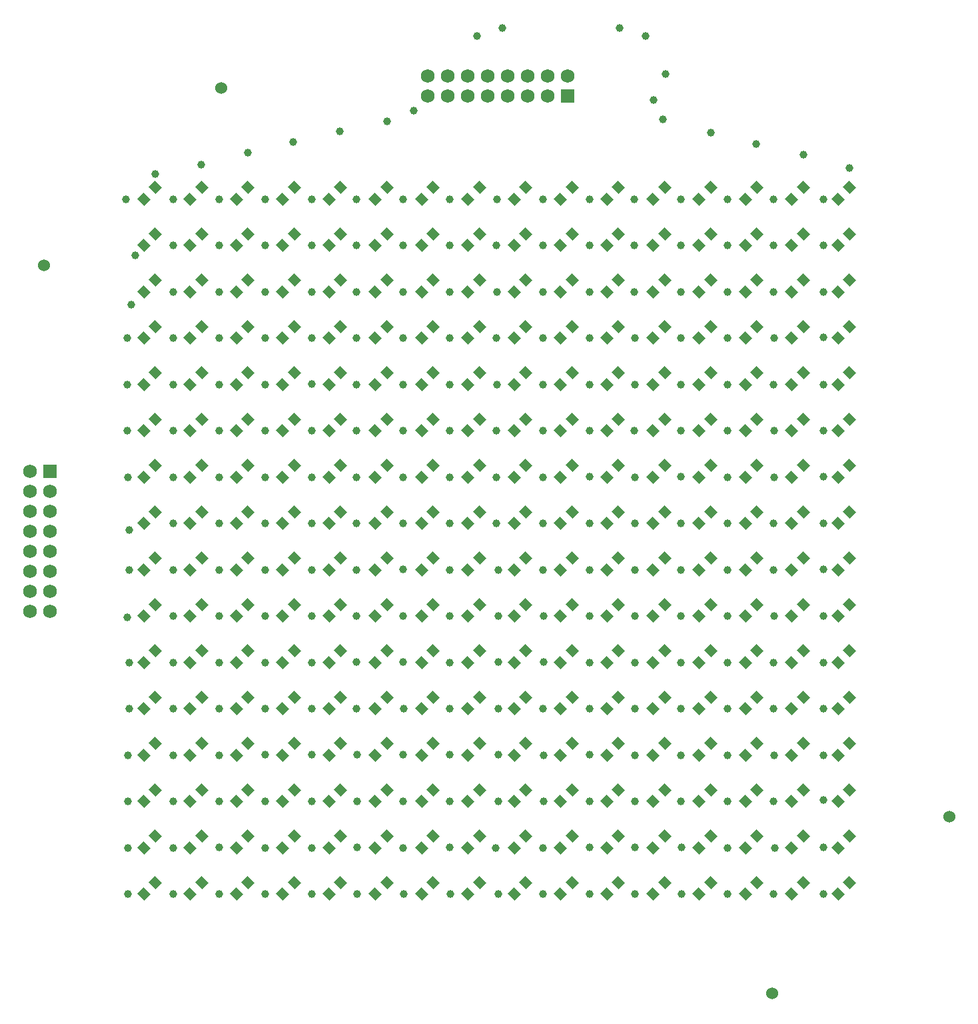
<source format=gbr>
%TF.GenerationSoftware,Altium Limited,Altium Designer,19.1.6 (110)*%
G04 Layer_Color=8388736*
%FSLAX43Y43*%
%MOMM*%
%TF.FileFunction,Soldermask,Top*%
%TF.Part,Single*%
G01*
G75*
%TA.AperFunction,SMDPad,CuDef*%
G04:AMPARAMS|DCode=10|XSize=1.2mm|YSize=1.1mm|CornerRadius=0mm|HoleSize=0mm|Usage=FLASHONLY|Rotation=135.000|XOffset=0mm|YOffset=0mm|HoleType=Round|Shape=Rectangle|*
%AMROTATEDRECTD10*
4,1,4,0.813,-0.035,0.035,-0.813,-0.813,0.035,-0.035,0.813,0.813,-0.035,0.0*
%
%ADD10ROTATEDRECTD10*%

%TA.AperFunction,WasherPad*%
%ADD12C,1.524*%
%TA.AperFunction,ComponentPad*%
%ADD13R,1.750X1.750*%
%ADD14C,1.750*%
%ADD15R,1.750X1.750*%
%TA.AperFunction,ViaPad*%
%ADD16C,1.000*%
D10*
X6625Y94860D02*
D03*
X5140Y93375D02*
D03*
X94860Y6625D02*
D03*
X93375Y5140D02*
D03*
X88978Y6625D02*
D03*
X87493Y5140D02*
D03*
X83095Y6625D02*
D03*
X81610Y5140D02*
D03*
X77213Y6625D02*
D03*
X75728Y5140D02*
D03*
X71331Y6625D02*
D03*
X69846Y5140D02*
D03*
X65448Y6625D02*
D03*
X63963Y5140D02*
D03*
X59566Y6625D02*
D03*
X58081Y5140D02*
D03*
X53684Y6625D02*
D03*
X52199Y5140D02*
D03*
X47801Y6625D02*
D03*
X46316Y5140D02*
D03*
X41919Y6625D02*
D03*
X40434Y5140D02*
D03*
X36037Y6625D02*
D03*
X34552Y5140D02*
D03*
X30154Y6625D02*
D03*
X28669Y5140D02*
D03*
X24272Y6625D02*
D03*
X22787Y5140D02*
D03*
X18390Y6625D02*
D03*
X16905Y5140D02*
D03*
X12507Y6625D02*
D03*
X11022Y5140D02*
D03*
X6625Y6625D02*
D03*
X5140Y5140D02*
D03*
X94860Y12507D02*
D03*
X93375Y11022D02*
D03*
X88978Y12507D02*
D03*
X87493Y11022D02*
D03*
X83095Y12507D02*
D03*
X81610Y11022D02*
D03*
X77213Y12507D02*
D03*
X75728Y11022D02*
D03*
X71331Y12507D02*
D03*
X69846Y11022D02*
D03*
X65448Y12507D02*
D03*
X63963Y11022D02*
D03*
X59566Y12507D02*
D03*
X58081Y11022D02*
D03*
X53684Y12507D02*
D03*
X52199Y11022D02*
D03*
X47801Y12507D02*
D03*
X46316Y11022D02*
D03*
X41919Y12507D02*
D03*
X40434Y11022D02*
D03*
X36037Y12507D02*
D03*
X34552Y11022D02*
D03*
X30154Y12507D02*
D03*
X28669Y11022D02*
D03*
X24272Y12507D02*
D03*
X22787Y11022D02*
D03*
X18390Y12507D02*
D03*
X16905Y11022D02*
D03*
X12507Y12507D02*
D03*
X11022Y11022D02*
D03*
X6625Y12507D02*
D03*
X5140Y11022D02*
D03*
X94860Y18390D02*
D03*
X93375Y16905D02*
D03*
X88978Y18390D02*
D03*
X87493Y16905D02*
D03*
X83095Y18390D02*
D03*
X81610Y16905D02*
D03*
X77213Y18390D02*
D03*
X75728Y16905D02*
D03*
X71331Y18390D02*
D03*
X69846Y16905D02*
D03*
X65448Y18390D02*
D03*
X63963Y16905D02*
D03*
X59566Y18390D02*
D03*
X58081Y16905D02*
D03*
X53684Y18390D02*
D03*
X52199Y16905D02*
D03*
X47801Y18390D02*
D03*
X46316Y16905D02*
D03*
X41919Y18390D02*
D03*
X40434Y16905D02*
D03*
X36037Y18390D02*
D03*
X34552Y16905D02*
D03*
X30154Y18390D02*
D03*
X28669Y16905D02*
D03*
X24272Y18390D02*
D03*
X22787Y16905D02*
D03*
X18390Y18390D02*
D03*
X16905Y16905D02*
D03*
X12507Y18390D02*
D03*
X11022Y16905D02*
D03*
X6625Y18390D02*
D03*
X5140Y16905D02*
D03*
X94860Y24272D02*
D03*
X93375Y22787D02*
D03*
X88978Y24272D02*
D03*
X87493Y22787D02*
D03*
X83095Y24272D02*
D03*
X81610Y22787D02*
D03*
X77213Y24272D02*
D03*
X75728Y22787D02*
D03*
X71331Y24272D02*
D03*
X69846Y22787D02*
D03*
X65448Y24272D02*
D03*
X63963Y22787D02*
D03*
X59566Y24272D02*
D03*
X58081Y22787D02*
D03*
X53684Y24272D02*
D03*
X52199Y22787D02*
D03*
X47801Y24272D02*
D03*
X46316Y22787D02*
D03*
X41919Y24272D02*
D03*
X40434Y22787D02*
D03*
X36037Y24272D02*
D03*
X34552Y22787D02*
D03*
X30154Y24272D02*
D03*
X28669Y22787D02*
D03*
X24272Y24272D02*
D03*
X22787Y22787D02*
D03*
X18390Y24272D02*
D03*
X16905Y22787D02*
D03*
X12507Y24272D02*
D03*
X11022Y22787D02*
D03*
X6625Y24272D02*
D03*
X5140Y22787D02*
D03*
X94860Y30154D02*
D03*
X93375Y28669D02*
D03*
X88978Y30154D02*
D03*
X87493Y28669D02*
D03*
X83095Y30154D02*
D03*
X81610Y28669D02*
D03*
X77213Y30154D02*
D03*
X75728Y28669D02*
D03*
X71331Y30154D02*
D03*
X69846Y28669D02*
D03*
X65448Y30154D02*
D03*
X63963Y28669D02*
D03*
X59566Y30154D02*
D03*
X58081Y28669D02*
D03*
X53684Y30154D02*
D03*
X52199Y28669D02*
D03*
X47801Y30154D02*
D03*
X46316Y28669D02*
D03*
X41919Y30154D02*
D03*
X40434Y28669D02*
D03*
X36037Y30154D02*
D03*
X34552Y28669D02*
D03*
X30154Y30154D02*
D03*
X28669Y28669D02*
D03*
X24272Y30154D02*
D03*
X22787Y28669D02*
D03*
X18390Y30154D02*
D03*
X16905Y28669D02*
D03*
X12507Y30154D02*
D03*
X11022Y28669D02*
D03*
X6625Y30154D02*
D03*
X5140Y28669D02*
D03*
X94860Y36037D02*
D03*
X93375Y34552D02*
D03*
X88978Y36037D02*
D03*
X87493Y34552D02*
D03*
X83095Y36037D02*
D03*
X81610Y34552D02*
D03*
X77213Y36037D02*
D03*
X75728Y34552D02*
D03*
X71331Y36037D02*
D03*
X69846Y34552D02*
D03*
X65448Y36037D02*
D03*
X63963Y34552D02*
D03*
X59566Y36037D02*
D03*
X58081Y34552D02*
D03*
X53684Y36037D02*
D03*
X52199Y34552D02*
D03*
X47801Y36037D02*
D03*
X46316Y34552D02*
D03*
X41919Y36037D02*
D03*
X40434Y34552D02*
D03*
X36037Y36037D02*
D03*
X34552Y34552D02*
D03*
X30154Y36037D02*
D03*
X28669Y34552D02*
D03*
X24272Y36037D02*
D03*
X22787Y34552D02*
D03*
X18390Y36037D02*
D03*
X16905Y34552D02*
D03*
X12507Y36037D02*
D03*
X11022Y34552D02*
D03*
X6625Y36037D02*
D03*
X5140Y34552D02*
D03*
X94860Y41919D02*
D03*
X93375Y40434D02*
D03*
X88978Y41919D02*
D03*
X87493Y40434D02*
D03*
X83095Y41919D02*
D03*
X81610Y40434D02*
D03*
X77213Y41919D02*
D03*
X75728Y40434D02*
D03*
X71331Y41919D02*
D03*
X69846Y40434D02*
D03*
X65448Y41919D02*
D03*
X63963Y40434D02*
D03*
X59566Y41919D02*
D03*
X58081Y40434D02*
D03*
X53684Y41919D02*
D03*
X52199Y40434D02*
D03*
X47801Y41919D02*
D03*
X46316Y40434D02*
D03*
X41919Y41919D02*
D03*
X40434Y40434D02*
D03*
X36037Y41919D02*
D03*
X34552Y40434D02*
D03*
X30154Y41919D02*
D03*
X28669Y40434D02*
D03*
X24272Y41919D02*
D03*
X22787Y40434D02*
D03*
X18390Y41919D02*
D03*
X16905Y40434D02*
D03*
X12507Y41919D02*
D03*
X11022Y40434D02*
D03*
X6625Y41919D02*
D03*
X5140Y40434D02*
D03*
X94860Y47801D02*
D03*
X93375Y46316D02*
D03*
X88978Y47801D02*
D03*
X87493Y46316D02*
D03*
X83095Y47801D02*
D03*
X81610Y46316D02*
D03*
X77213Y47801D02*
D03*
X75728Y46316D02*
D03*
X71331Y47801D02*
D03*
X69846Y46316D02*
D03*
X65448Y47801D02*
D03*
X63963Y46316D02*
D03*
X59566Y47801D02*
D03*
X58081Y46316D02*
D03*
X53684Y47801D02*
D03*
X52199Y46316D02*
D03*
X47801Y47801D02*
D03*
X46316Y46316D02*
D03*
X41919Y47801D02*
D03*
X40434Y46316D02*
D03*
X36037Y47801D02*
D03*
X34552Y46316D02*
D03*
X30154Y47801D02*
D03*
X28669Y46316D02*
D03*
X24272Y47801D02*
D03*
X22787Y46316D02*
D03*
X18390Y47801D02*
D03*
X16905Y46316D02*
D03*
X12507Y47801D02*
D03*
X11022Y46316D02*
D03*
X6625Y47801D02*
D03*
X5140Y46316D02*
D03*
X94860Y53684D02*
D03*
X93375Y52199D02*
D03*
X88978Y53684D02*
D03*
X87493Y52199D02*
D03*
X83095Y53684D02*
D03*
X81610Y52199D02*
D03*
X77213Y53684D02*
D03*
X75728Y52199D02*
D03*
X71331Y53684D02*
D03*
X69846Y52199D02*
D03*
X65448Y53684D02*
D03*
X63963Y52199D02*
D03*
X59566Y53684D02*
D03*
X58081Y52199D02*
D03*
X53684Y53684D02*
D03*
X52199Y52199D02*
D03*
X47801Y53684D02*
D03*
X46316Y52199D02*
D03*
X41919Y53684D02*
D03*
X40434Y52199D02*
D03*
X36037Y53684D02*
D03*
X34552Y52199D02*
D03*
X30154Y53684D02*
D03*
X28669Y52199D02*
D03*
X24272Y53684D02*
D03*
X22787Y52199D02*
D03*
X18390Y53684D02*
D03*
X16905Y52199D02*
D03*
X12507Y53684D02*
D03*
X11022Y52199D02*
D03*
X6625Y53684D02*
D03*
X5140Y52199D02*
D03*
X94860Y59566D02*
D03*
X93375Y58081D02*
D03*
X88978Y59566D02*
D03*
X87493Y58081D02*
D03*
X83095Y59566D02*
D03*
X81610Y58081D02*
D03*
X77213Y59566D02*
D03*
X75728Y58081D02*
D03*
X71331Y59566D02*
D03*
X69846Y58081D02*
D03*
X65448Y59566D02*
D03*
X63963Y58081D02*
D03*
X59566Y59566D02*
D03*
X58081Y58081D02*
D03*
X53684Y59566D02*
D03*
X52199Y58081D02*
D03*
X47801Y59566D02*
D03*
X46316Y58081D02*
D03*
X41919Y59566D02*
D03*
X40434Y58081D02*
D03*
X36037Y59566D02*
D03*
X34552Y58081D02*
D03*
X30154Y59566D02*
D03*
X28669Y58081D02*
D03*
X24272Y59566D02*
D03*
X22787Y58081D02*
D03*
X18390Y59566D02*
D03*
X16905Y58081D02*
D03*
X12507Y59566D02*
D03*
X11022Y58081D02*
D03*
X6625Y59566D02*
D03*
X5140Y58081D02*
D03*
X94860Y65448D02*
D03*
X93375Y63963D02*
D03*
X88978Y65448D02*
D03*
X87493Y63963D02*
D03*
X83095Y65448D02*
D03*
X81610Y63963D02*
D03*
X77213Y65448D02*
D03*
X75728Y63963D02*
D03*
X71331Y65448D02*
D03*
X69846Y63963D02*
D03*
X65448Y65448D02*
D03*
X63963Y63963D02*
D03*
X59566Y65448D02*
D03*
X58081Y63963D02*
D03*
X53684Y65448D02*
D03*
X52199Y63963D02*
D03*
X47801Y65448D02*
D03*
X46316Y63963D02*
D03*
X41919Y65448D02*
D03*
X40434Y63963D02*
D03*
X36037Y65448D02*
D03*
X34552Y63963D02*
D03*
X30154Y65448D02*
D03*
X28669Y63963D02*
D03*
X24272Y65448D02*
D03*
X22787Y63963D02*
D03*
X18390Y65448D02*
D03*
X16905Y63963D02*
D03*
X12507Y65448D02*
D03*
X11022Y63963D02*
D03*
X6625Y65448D02*
D03*
X5140Y63963D02*
D03*
X94860Y71331D02*
D03*
X93375Y69846D02*
D03*
X88978Y71331D02*
D03*
X87493Y69846D02*
D03*
X83095Y71331D02*
D03*
X81610Y69846D02*
D03*
X77213Y71331D02*
D03*
X75728Y69846D02*
D03*
X71331Y71331D02*
D03*
X69846Y69846D02*
D03*
X65448Y71331D02*
D03*
X63963Y69846D02*
D03*
X59566Y71331D02*
D03*
X58081Y69846D02*
D03*
X53684Y71331D02*
D03*
X52199Y69846D02*
D03*
X47801Y71331D02*
D03*
X46316Y69846D02*
D03*
X41919Y71331D02*
D03*
X40434Y69846D02*
D03*
X36037Y71331D02*
D03*
X34552Y69846D02*
D03*
X30154Y71331D02*
D03*
X28669Y69846D02*
D03*
X24272Y71331D02*
D03*
X22787Y69846D02*
D03*
X18390Y71331D02*
D03*
X16905Y69846D02*
D03*
X12507Y71331D02*
D03*
X11022Y69846D02*
D03*
X6625Y71331D02*
D03*
X5140Y69846D02*
D03*
X94860Y77213D02*
D03*
X93375Y75728D02*
D03*
X88978Y77213D02*
D03*
X87493Y75728D02*
D03*
X83095Y77213D02*
D03*
X81610Y75728D02*
D03*
X77213Y77213D02*
D03*
X75728Y75728D02*
D03*
X71331Y77213D02*
D03*
X69846Y75728D02*
D03*
X65448Y77213D02*
D03*
X63963Y75728D02*
D03*
X59566Y77213D02*
D03*
X58081Y75728D02*
D03*
X53684Y77213D02*
D03*
X52199Y75728D02*
D03*
X47801Y77213D02*
D03*
X46316Y75728D02*
D03*
X41919Y77213D02*
D03*
X40434Y75728D02*
D03*
X36037Y77213D02*
D03*
X34552Y75728D02*
D03*
X30154Y77213D02*
D03*
X28669Y75728D02*
D03*
X24272Y77213D02*
D03*
X22787Y75728D02*
D03*
X18390Y77213D02*
D03*
X16905Y75728D02*
D03*
X12507Y77213D02*
D03*
X11022Y75728D02*
D03*
X6625Y77213D02*
D03*
X5140Y75728D02*
D03*
X94860Y83095D02*
D03*
X93375Y81610D02*
D03*
X88978Y83095D02*
D03*
X87493Y81610D02*
D03*
X83095Y83095D02*
D03*
X81610Y81610D02*
D03*
X77213Y83095D02*
D03*
X75728Y81610D02*
D03*
X71331Y83095D02*
D03*
X69846Y81610D02*
D03*
X65448Y83095D02*
D03*
X63963Y81610D02*
D03*
X59566Y83095D02*
D03*
X58081Y81610D02*
D03*
X53684Y83095D02*
D03*
X52199Y81610D02*
D03*
X47801Y83095D02*
D03*
X46316Y81610D02*
D03*
X41919Y83095D02*
D03*
X40434Y81610D02*
D03*
X36037Y83095D02*
D03*
X34552Y81610D02*
D03*
X30154Y83095D02*
D03*
X28669Y81610D02*
D03*
X24272Y83095D02*
D03*
X22787Y81610D02*
D03*
X18390Y83095D02*
D03*
X16905Y81610D02*
D03*
X12507Y83095D02*
D03*
X11022Y81610D02*
D03*
X6625Y83095D02*
D03*
X5140Y81610D02*
D03*
X94860Y88978D02*
D03*
X93375Y87493D02*
D03*
X88978Y88978D02*
D03*
X87493Y87493D02*
D03*
X83095Y88978D02*
D03*
X81610Y87493D02*
D03*
X77213Y88978D02*
D03*
X75728Y87493D02*
D03*
X71331Y88978D02*
D03*
X69846Y87493D02*
D03*
X65448Y88978D02*
D03*
X63963Y87493D02*
D03*
X59566Y88978D02*
D03*
X58081Y87493D02*
D03*
X53684Y88978D02*
D03*
X52199Y87493D02*
D03*
X47801Y88978D02*
D03*
X46316Y87493D02*
D03*
X41919Y88978D02*
D03*
X40434Y87493D02*
D03*
X36037Y88978D02*
D03*
X34552Y87493D02*
D03*
X30154Y88978D02*
D03*
X28669Y87493D02*
D03*
X24272Y88978D02*
D03*
X22787Y87493D02*
D03*
X18390Y88978D02*
D03*
X16905Y87493D02*
D03*
X12507Y88978D02*
D03*
X11022Y87493D02*
D03*
X6625Y88978D02*
D03*
X5140Y87493D02*
D03*
X94860Y94860D02*
D03*
X93375Y93375D02*
D03*
X88978Y94860D02*
D03*
X87493Y93375D02*
D03*
X83095Y94860D02*
D03*
X81610Y93375D02*
D03*
X77213Y94860D02*
D03*
X75728Y93375D02*
D03*
X71331Y94860D02*
D03*
X69846Y93375D02*
D03*
X65448Y94860D02*
D03*
X63963Y93375D02*
D03*
X59566Y94860D02*
D03*
X58081Y93375D02*
D03*
X53684Y94860D02*
D03*
X52199Y93375D02*
D03*
X47801Y94860D02*
D03*
X46316Y93375D02*
D03*
X41919Y94860D02*
D03*
X40434Y93375D02*
D03*
X36037Y94860D02*
D03*
X34552Y93375D02*
D03*
X30154Y94860D02*
D03*
X28669Y93375D02*
D03*
X24272Y94860D02*
D03*
X22787Y93375D02*
D03*
X18390Y94860D02*
D03*
X16905Y93375D02*
D03*
X12507Y94860D02*
D03*
X11022Y93375D02*
D03*
D12*
X-7500Y85000D02*
D03*
X15000Y107500D02*
D03*
X107500Y15000D02*
D03*
X85000Y-7500D02*
D03*
D13*
X-6750Y58800D02*
D03*
D14*
X-9290Y56260D02*
D03*
Y53720D02*
D03*
Y51180D02*
D03*
Y48640D02*
D03*
Y46100D02*
D03*
Y43560D02*
D03*
Y41020D02*
D03*
X-6750Y43560D02*
D03*
Y53720D02*
D03*
X-9290Y58800D02*
D03*
X-6750Y41020D02*
D03*
Y46100D02*
D03*
Y48640D02*
D03*
Y51180D02*
D03*
Y56260D02*
D03*
X56440Y106500D02*
D03*
X51360D02*
D03*
X48820D02*
D03*
X46280D02*
D03*
X41200D02*
D03*
X58980Y109040D02*
D03*
X53900Y106500D02*
D03*
X43740D02*
D03*
X41200Y109040D02*
D03*
X43740D02*
D03*
X46280D02*
D03*
X48820D02*
D03*
X51360D02*
D03*
X53900D02*
D03*
X56440D02*
D03*
D15*
X58980Y106500D02*
D03*
D16*
X4100Y86275D02*
D03*
X3550Y80000D02*
D03*
X50700Y115100D02*
D03*
X94825Y97372D02*
D03*
X68925Y114150D02*
D03*
X47500Y114125D02*
D03*
X88978Y99075D02*
D03*
X82975Y100427D02*
D03*
X77178Y101825D02*
D03*
X71075Y103550D02*
D03*
X69950Y106000D02*
D03*
X71450Y109275D02*
D03*
X18350Y99325D02*
D03*
X24125Y100675D02*
D03*
X30025Y102025D02*
D03*
X36072Y103300D02*
D03*
X39475Y104650D02*
D03*
X65625Y115100D02*
D03*
X12450Y97800D02*
D03*
X6575Y96600D02*
D03*
X3050Y69846D02*
D03*
X3263Y51381D02*
D03*
X14700Y11058D02*
D03*
X20550Y11022D02*
D03*
X26535D02*
D03*
X32271Y11058D02*
D03*
X38100Y11022D02*
D03*
X44035Y11100D02*
D03*
X49875Y10975D02*
D03*
X55900Y11022D02*
D03*
X32271Y5140D02*
D03*
X26500Y5140D02*
D03*
X20550D02*
D03*
X14700D02*
D03*
X38159Y5175D02*
D03*
X44071D02*
D03*
X50176D02*
D03*
X55900D02*
D03*
X61800D02*
D03*
X61834Y11100D02*
D03*
X67525D02*
D03*
X73469Y11058D02*
D03*
X67525Y5140D02*
D03*
X73447Y5175D02*
D03*
X79335D02*
D03*
X85200D02*
D03*
X79300Y11022D02*
D03*
X85318D02*
D03*
X85200Y16905D02*
D03*
X85282Y22787D02*
D03*
X79300Y16905D02*
D03*
X73412D02*
D03*
X67525D02*
D03*
X79300Y22787D02*
D03*
X73412D02*
D03*
X67525D02*
D03*
X85200Y28669D02*
D03*
X79300D02*
D03*
X73434D02*
D03*
X67525Y28705D02*
D03*
X85200Y34552D02*
D03*
X79300D02*
D03*
X73412D02*
D03*
X67560D02*
D03*
X61800D02*
D03*
X61834Y28705D02*
D03*
X61800Y22822D02*
D03*
Y16940D02*
D03*
X55935D02*
D03*
X50176D02*
D03*
X44035Y16905D02*
D03*
X38100D02*
D03*
X55935Y22787D02*
D03*
X50176Y22822D02*
D03*
X44035D02*
D03*
X38135D02*
D03*
X55900Y28705D02*
D03*
X50176D02*
D03*
X44035D02*
D03*
X38159D02*
D03*
X55935Y34587D02*
D03*
X50176D02*
D03*
X44035Y34552D02*
D03*
X20562Y16940D02*
D03*
X14700D02*
D03*
X26500Y16905D02*
D03*
X32235Y16940D02*
D03*
Y22822D02*
D03*
X26535D02*
D03*
X20550D02*
D03*
X14735Y22787D02*
D03*
X32200Y28669D02*
D03*
X26500D02*
D03*
X20562D02*
D03*
X14700D02*
D03*
X38100Y34587D02*
D03*
X32200D02*
D03*
X26500Y34552D02*
D03*
X20550D02*
D03*
X14735D02*
D03*
X14700Y40434D02*
D03*
X20562D02*
D03*
X26500Y40469D02*
D03*
X32200Y40434D02*
D03*
X38100D02*
D03*
X44000D02*
D03*
X50230D02*
D03*
X55935D02*
D03*
X61800D02*
D03*
X67560Y40469D02*
D03*
X73412Y40434D02*
D03*
X79300D02*
D03*
X85282Y40469D02*
D03*
X85200Y46316D02*
D03*
X79300D02*
D03*
X73412D02*
D03*
X67525D02*
D03*
X61800D02*
D03*
X55900D02*
D03*
X50176D02*
D03*
X44000D02*
D03*
X38100Y46352D02*
D03*
X32200Y46316D02*
D03*
X26500D02*
D03*
X20550D02*
D03*
X14700D02*
D03*
X85200Y52200D02*
D03*
X79300D02*
D03*
X73400D02*
D03*
X67525D02*
D03*
X61800D02*
D03*
X55900D02*
D03*
X49950D02*
D03*
X44000D02*
D03*
X38125D02*
D03*
X32200D02*
D03*
X26500D02*
D03*
X20550D02*
D03*
X14735Y52199D02*
D03*
X85247Y63963D02*
D03*
X79300D02*
D03*
X73400D02*
D03*
X67500D02*
D03*
X61800D02*
D03*
X55900D02*
D03*
X85247Y58081D02*
D03*
X79300D02*
D03*
X73412Y58125D02*
D03*
X67525Y58081D02*
D03*
X61800Y58116D02*
D03*
X55900Y58081D02*
D03*
X49950D02*
D03*
X44000D02*
D03*
X49950Y63963D02*
D03*
X44000D02*
D03*
X38100D02*
D03*
X32200D02*
D03*
X85200Y69846D02*
D03*
X79300D02*
D03*
X73400D02*
D03*
X67525D02*
D03*
X61800D02*
D03*
X55900D02*
D03*
X50025D02*
D03*
X44000D02*
D03*
X38100D02*
D03*
X32200D02*
D03*
X85235Y75775D02*
D03*
X79300D02*
D03*
X73400D02*
D03*
X67525D02*
D03*
X61800D02*
D03*
X55900D02*
D03*
X49950D02*
D03*
X44000D02*
D03*
X38100D02*
D03*
X32200D02*
D03*
X38125Y58081D02*
D03*
X32200D02*
D03*
X26500D02*
D03*
X20562D02*
D03*
X14735D02*
D03*
X26500Y63963D02*
D03*
Y69881D02*
D03*
X20550Y63963D02*
D03*
X14700D02*
D03*
X20550Y69846D02*
D03*
X14700D02*
D03*
X26500Y75775D02*
D03*
X20550D02*
D03*
X14700D02*
D03*
X8900Y5140D02*
D03*
Y11022D02*
D03*
Y16905D02*
D03*
Y22787D02*
D03*
Y28669D02*
D03*
Y34552D02*
D03*
Y40434D02*
D03*
Y46316D02*
D03*
Y52200D02*
D03*
Y58081D02*
D03*
Y63963D02*
D03*
Y69846D02*
D03*
Y75775D02*
D03*
X85200Y81610D02*
D03*
X79300D02*
D03*
X73400D02*
D03*
X67500D02*
D03*
X61800D02*
D03*
X85200Y87493D02*
D03*
X79300D02*
D03*
X73400D02*
D03*
X67500Y87528D02*
D03*
X49950Y87493D02*
D03*
X61800Y87528D02*
D03*
X55900Y87493D02*
D03*
Y81646D02*
D03*
X44000Y81610D02*
D03*
Y87493D02*
D03*
X38100D02*
D03*
X50000Y81610D02*
D03*
X38100D02*
D03*
X32200D02*
D03*
X26500D02*
D03*
X20550D02*
D03*
X14700D02*
D03*
X8900D02*
D03*
X32200Y87493D02*
D03*
X26500Y87528D02*
D03*
X20550Y87493D02*
D03*
X14700Y87528D02*
D03*
X8900Y87493D02*
D03*
X3172Y5140D02*
D03*
X91535D02*
D03*
X91559Y11100D02*
D03*
X3172Y11022D02*
D03*
X91559Y17050D02*
D03*
X3172Y16905D02*
D03*
Y22787D02*
D03*
X91535D02*
D03*
X91559Y28669D02*
D03*
X3263D02*
D03*
X91500Y34552D02*
D03*
X3263D02*
D03*
Y46316D02*
D03*
X3050Y40325D02*
D03*
X91559Y40434D02*
D03*
X91535Y46400D02*
D03*
X91500Y52200D02*
D03*
Y58125D02*
D03*
X3121Y58081D02*
D03*
X91535Y63975D02*
D03*
X3085Y63963D02*
D03*
X91535Y69875D02*
D03*
X91500Y75875D02*
D03*
X3050Y75775D02*
D03*
X91535Y81610D02*
D03*
X91500Y87493D02*
D03*
X26500Y93411D02*
D03*
X20550Y93400D02*
D03*
X14700Y93411D02*
D03*
X32200Y93400D02*
D03*
X38100Y93411D02*
D03*
X44000Y93400D02*
D03*
X50000Y93411D02*
D03*
X55900Y93400D02*
D03*
X61800Y93411D02*
D03*
X67500Y93400D02*
D03*
X73400Y93411D02*
D03*
X79300D02*
D03*
X85200D02*
D03*
X91500Y93400D02*
D03*
X2900D02*
D03*
X8900D02*
D03*
%TF.MD5,6338a7e715571e258ee57adb733e4112*%
M02*

</source>
